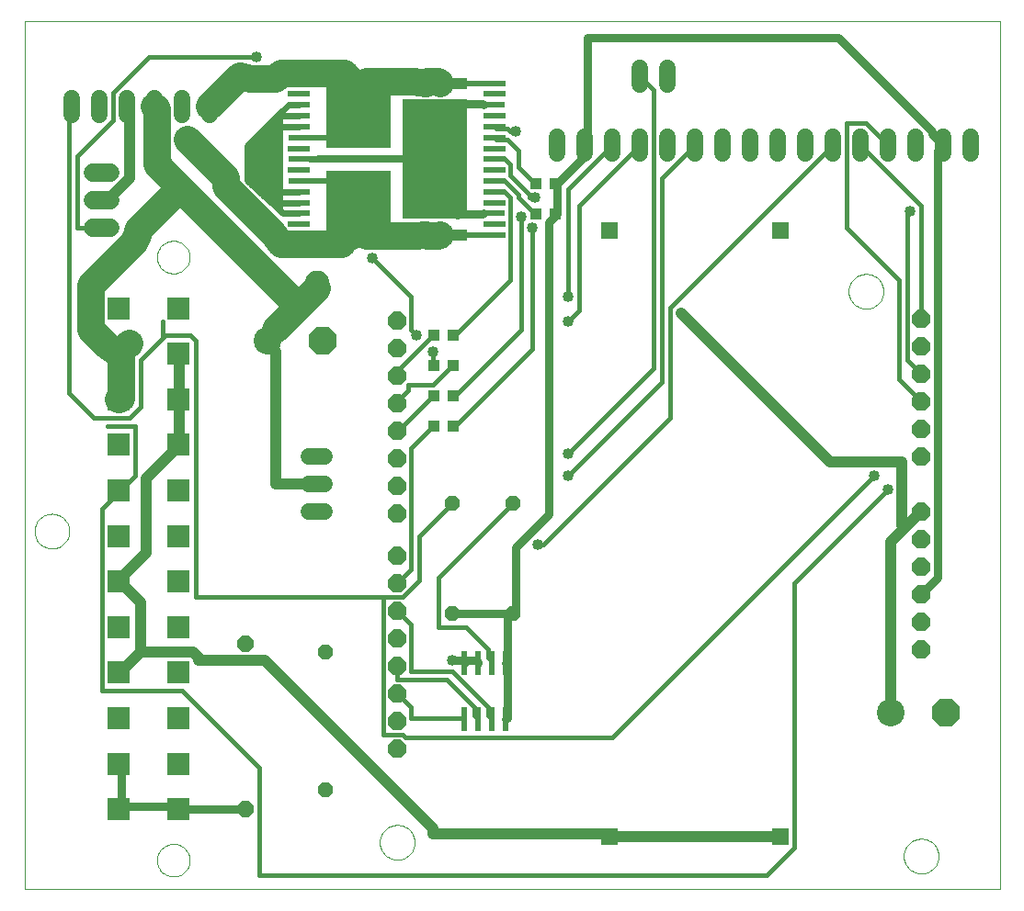
<source format=gtl>
G75*
G70*
%OFA0B0*%
%FSLAX24Y24*%
%IPPOS*%
%LPD*%
%AMOC8*
5,1,8,0,0,1.08239X$1,22.5*
%
%ADD10C,0.0000*%
%ADD11C,0.0600*%
%ADD12R,0.0594X0.0594*%
%ADD13OC8,0.0600*%
%ADD14R,0.0827X0.0827*%
%ADD15C,0.0594*%
%ADD16OC8,0.0520*%
%ADD17R,0.4724X0.0200*%
%ADD18R,0.0787X0.0200*%
%ADD19R,0.1575X0.0200*%
%ADD20R,0.2362X0.4331*%
%ADD21R,0.3268X0.0256*%
%ADD22R,0.2362X0.2559*%
%ADD23R,0.2953X0.0394*%
%ADD24R,0.0394X0.0433*%
%ADD25C,0.1000*%
%ADD26OC8,0.1000*%
%ADD27OC8,0.0660*%
%ADD28R,0.0236X0.0866*%
%ADD29C,0.0660*%
%ADD30C,0.0100*%
%ADD31C,0.0886*%
%ADD32C,0.0240*%
%ADD33C,0.0300*%
%ADD34C,0.0400*%
%ADD35C,0.0400*%
%ADD36OC8,0.0396*%
%ADD37C,0.1000*%
%ADD38C,0.0150*%
D10*
X000101Y007206D02*
X000101Y038702D01*
X035471Y038702D01*
X035471Y007206D01*
X000101Y007206D01*
X004911Y008261D02*
X004913Y008309D01*
X004919Y008357D01*
X004929Y008404D01*
X004942Y008450D01*
X004960Y008495D01*
X004980Y008539D01*
X005005Y008581D01*
X005033Y008620D01*
X005063Y008657D01*
X005097Y008691D01*
X005134Y008723D01*
X005172Y008752D01*
X005213Y008777D01*
X005256Y008799D01*
X005301Y008817D01*
X005347Y008831D01*
X005394Y008842D01*
X005442Y008849D01*
X005490Y008852D01*
X005538Y008851D01*
X005586Y008846D01*
X005634Y008837D01*
X005680Y008825D01*
X005725Y008808D01*
X005769Y008788D01*
X005811Y008765D01*
X005851Y008738D01*
X005889Y008708D01*
X005924Y008675D01*
X005956Y008639D01*
X005986Y008601D01*
X006012Y008560D01*
X006034Y008517D01*
X006054Y008473D01*
X006069Y008428D01*
X006081Y008381D01*
X006089Y008333D01*
X006093Y008285D01*
X006093Y008237D01*
X006089Y008189D01*
X006081Y008141D01*
X006069Y008094D01*
X006054Y008049D01*
X006034Y008005D01*
X006012Y007962D01*
X005986Y007921D01*
X005956Y007883D01*
X005924Y007847D01*
X005889Y007814D01*
X005851Y007784D01*
X005811Y007757D01*
X005769Y007734D01*
X005725Y007714D01*
X005680Y007697D01*
X005634Y007685D01*
X005586Y007676D01*
X005538Y007671D01*
X005490Y007670D01*
X005442Y007673D01*
X005394Y007680D01*
X005347Y007691D01*
X005301Y007705D01*
X005256Y007723D01*
X005213Y007745D01*
X005172Y007770D01*
X005134Y007799D01*
X005097Y007831D01*
X005063Y007865D01*
X005033Y007902D01*
X005005Y007941D01*
X004980Y007983D01*
X004960Y008027D01*
X004942Y008072D01*
X004929Y008118D01*
X004919Y008165D01*
X004913Y008213D01*
X004911Y008261D01*
X012989Y008910D02*
X012991Y008960D01*
X012997Y009010D01*
X013007Y009059D01*
X013021Y009107D01*
X013038Y009154D01*
X013059Y009199D01*
X013084Y009243D01*
X013112Y009284D01*
X013144Y009323D01*
X013178Y009360D01*
X013215Y009394D01*
X013255Y009424D01*
X013297Y009451D01*
X013341Y009475D01*
X013387Y009496D01*
X013434Y009512D01*
X013482Y009525D01*
X013532Y009534D01*
X013581Y009539D01*
X013632Y009540D01*
X013682Y009537D01*
X013731Y009530D01*
X013780Y009519D01*
X013828Y009504D01*
X013874Y009486D01*
X013919Y009464D01*
X013962Y009438D01*
X014003Y009409D01*
X014042Y009377D01*
X014078Y009342D01*
X014110Y009304D01*
X014140Y009264D01*
X014167Y009221D01*
X014190Y009177D01*
X014209Y009131D01*
X014225Y009083D01*
X014237Y009034D01*
X014245Y008985D01*
X014249Y008935D01*
X014249Y008885D01*
X014245Y008835D01*
X014237Y008786D01*
X014225Y008737D01*
X014209Y008689D01*
X014190Y008643D01*
X014167Y008599D01*
X014140Y008556D01*
X014110Y008516D01*
X014078Y008478D01*
X014042Y008443D01*
X014003Y008411D01*
X013962Y008382D01*
X013919Y008356D01*
X013874Y008334D01*
X013828Y008316D01*
X013780Y008301D01*
X013731Y008290D01*
X013682Y008283D01*
X013632Y008280D01*
X013581Y008281D01*
X013532Y008286D01*
X013482Y008295D01*
X013434Y008308D01*
X013387Y008324D01*
X013341Y008345D01*
X013297Y008369D01*
X013255Y008396D01*
X013215Y008426D01*
X013178Y008460D01*
X013144Y008497D01*
X013112Y008536D01*
X013084Y008577D01*
X013059Y008621D01*
X013038Y008666D01*
X013021Y008713D01*
X013007Y008761D01*
X012997Y008810D01*
X012991Y008860D01*
X012989Y008910D01*
X000471Y020206D02*
X000473Y020256D01*
X000479Y020306D01*
X000489Y020355D01*
X000503Y020403D01*
X000520Y020450D01*
X000541Y020495D01*
X000566Y020539D01*
X000594Y020580D01*
X000626Y020619D01*
X000660Y020656D01*
X000697Y020690D01*
X000737Y020720D01*
X000779Y020747D01*
X000823Y020771D01*
X000869Y020792D01*
X000916Y020808D01*
X000964Y020821D01*
X001014Y020830D01*
X001063Y020835D01*
X001114Y020836D01*
X001164Y020833D01*
X001213Y020826D01*
X001262Y020815D01*
X001310Y020800D01*
X001356Y020782D01*
X001401Y020760D01*
X001444Y020734D01*
X001485Y020705D01*
X001524Y020673D01*
X001560Y020638D01*
X001592Y020600D01*
X001622Y020560D01*
X001649Y020517D01*
X001672Y020473D01*
X001691Y020427D01*
X001707Y020379D01*
X001719Y020330D01*
X001727Y020281D01*
X001731Y020231D01*
X001731Y020181D01*
X001727Y020131D01*
X001719Y020082D01*
X001707Y020033D01*
X001691Y019985D01*
X001672Y019939D01*
X001649Y019895D01*
X001622Y019852D01*
X001592Y019812D01*
X001560Y019774D01*
X001524Y019739D01*
X001485Y019707D01*
X001444Y019678D01*
X001401Y019652D01*
X001356Y019630D01*
X001310Y019612D01*
X001262Y019597D01*
X001213Y019586D01*
X001164Y019579D01*
X001114Y019576D01*
X001063Y019577D01*
X001014Y019582D01*
X000964Y019591D01*
X000916Y019604D01*
X000869Y019620D01*
X000823Y019641D01*
X000779Y019665D01*
X000737Y019692D01*
X000697Y019722D01*
X000660Y019756D01*
X000626Y019793D01*
X000594Y019832D01*
X000566Y019873D01*
X000541Y019917D01*
X000520Y019962D01*
X000503Y020009D01*
X000489Y020057D01*
X000479Y020106D01*
X000473Y020156D01*
X000471Y020206D01*
X004911Y030151D02*
X004913Y030199D01*
X004919Y030247D01*
X004929Y030294D01*
X004942Y030340D01*
X004960Y030385D01*
X004980Y030429D01*
X005005Y030471D01*
X005033Y030510D01*
X005063Y030547D01*
X005097Y030581D01*
X005134Y030613D01*
X005172Y030642D01*
X005213Y030667D01*
X005256Y030689D01*
X005301Y030707D01*
X005347Y030721D01*
X005394Y030732D01*
X005442Y030739D01*
X005490Y030742D01*
X005538Y030741D01*
X005586Y030736D01*
X005634Y030727D01*
X005680Y030715D01*
X005725Y030698D01*
X005769Y030678D01*
X005811Y030655D01*
X005851Y030628D01*
X005889Y030598D01*
X005924Y030565D01*
X005956Y030529D01*
X005986Y030491D01*
X006012Y030450D01*
X006034Y030407D01*
X006054Y030363D01*
X006069Y030318D01*
X006081Y030271D01*
X006089Y030223D01*
X006093Y030175D01*
X006093Y030127D01*
X006089Y030079D01*
X006081Y030031D01*
X006069Y029984D01*
X006054Y029939D01*
X006034Y029895D01*
X006012Y029852D01*
X005986Y029811D01*
X005956Y029773D01*
X005924Y029737D01*
X005889Y029704D01*
X005851Y029674D01*
X005811Y029647D01*
X005769Y029624D01*
X005725Y029604D01*
X005680Y029587D01*
X005634Y029575D01*
X005586Y029566D01*
X005538Y029561D01*
X005490Y029560D01*
X005442Y029563D01*
X005394Y029570D01*
X005347Y029581D01*
X005301Y029595D01*
X005256Y029613D01*
X005213Y029635D01*
X005172Y029660D01*
X005134Y029689D01*
X005097Y029721D01*
X005063Y029755D01*
X005033Y029792D01*
X005005Y029831D01*
X004980Y029873D01*
X004960Y029917D01*
X004942Y029962D01*
X004929Y030008D01*
X004919Y030055D01*
X004913Y030103D01*
X004911Y030151D01*
X029989Y028910D02*
X029991Y028960D01*
X029997Y029010D01*
X030007Y029059D01*
X030021Y029107D01*
X030038Y029154D01*
X030059Y029199D01*
X030084Y029243D01*
X030112Y029284D01*
X030144Y029323D01*
X030178Y029360D01*
X030215Y029394D01*
X030255Y029424D01*
X030297Y029451D01*
X030341Y029475D01*
X030387Y029496D01*
X030434Y029512D01*
X030482Y029525D01*
X030532Y029534D01*
X030581Y029539D01*
X030632Y029540D01*
X030682Y029537D01*
X030731Y029530D01*
X030780Y029519D01*
X030828Y029504D01*
X030874Y029486D01*
X030919Y029464D01*
X030962Y029438D01*
X031003Y029409D01*
X031042Y029377D01*
X031078Y029342D01*
X031110Y029304D01*
X031140Y029264D01*
X031167Y029221D01*
X031190Y029177D01*
X031209Y029131D01*
X031225Y029083D01*
X031237Y029034D01*
X031245Y028985D01*
X031249Y028935D01*
X031249Y028885D01*
X031245Y028835D01*
X031237Y028786D01*
X031225Y028737D01*
X031209Y028689D01*
X031190Y028643D01*
X031167Y028599D01*
X031140Y028556D01*
X031110Y028516D01*
X031078Y028478D01*
X031042Y028443D01*
X031003Y028411D01*
X030962Y028382D01*
X030919Y028356D01*
X030874Y028334D01*
X030828Y028316D01*
X030780Y028301D01*
X030731Y028290D01*
X030682Y028283D01*
X030632Y028280D01*
X030581Y028281D01*
X030532Y028286D01*
X030482Y028295D01*
X030434Y028308D01*
X030387Y028324D01*
X030341Y028345D01*
X030297Y028369D01*
X030255Y028396D01*
X030215Y028426D01*
X030178Y028460D01*
X030144Y028497D01*
X030112Y028536D01*
X030084Y028577D01*
X030059Y028621D01*
X030038Y028666D01*
X030021Y028713D01*
X030007Y028761D01*
X029997Y028810D01*
X029991Y028860D01*
X029989Y028910D01*
X031989Y008410D02*
X031991Y008460D01*
X031997Y008510D01*
X032007Y008559D01*
X032021Y008607D01*
X032038Y008654D01*
X032059Y008699D01*
X032084Y008743D01*
X032112Y008784D01*
X032144Y008823D01*
X032178Y008860D01*
X032215Y008894D01*
X032255Y008924D01*
X032297Y008951D01*
X032341Y008975D01*
X032387Y008996D01*
X032434Y009012D01*
X032482Y009025D01*
X032532Y009034D01*
X032581Y009039D01*
X032632Y009040D01*
X032682Y009037D01*
X032731Y009030D01*
X032780Y009019D01*
X032828Y009004D01*
X032874Y008986D01*
X032919Y008964D01*
X032962Y008938D01*
X033003Y008909D01*
X033042Y008877D01*
X033078Y008842D01*
X033110Y008804D01*
X033140Y008764D01*
X033167Y008721D01*
X033190Y008677D01*
X033209Y008631D01*
X033225Y008583D01*
X033237Y008534D01*
X033245Y008485D01*
X033249Y008435D01*
X033249Y008385D01*
X033245Y008335D01*
X033237Y008286D01*
X033225Y008237D01*
X033209Y008189D01*
X033190Y008143D01*
X033167Y008099D01*
X033140Y008056D01*
X033110Y008016D01*
X033078Y007978D01*
X033042Y007943D01*
X033003Y007911D01*
X032962Y007882D01*
X032919Y007856D01*
X032874Y007834D01*
X032828Y007816D01*
X032780Y007801D01*
X032731Y007790D01*
X032682Y007783D01*
X032632Y007780D01*
X032581Y007781D01*
X032532Y007786D01*
X032482Y007795D01*
X032434Y007808D01*
X032387Y007824D01*
X032341Y007845D01*
X032297Y007869D01*
X032255Y007896D01*
X032215Y007926D01*
X032178Y007960D01*
X032144Y007997D01*
X032112Y008036D01*
X032084Y008077D01*
X032059Y008121D01*
X032038Y008166D01*
X032021Y008213D01*
X032007Y008261D01*
X031997Y008310D01*
X031991Y008360D01*
X031989Y008410D01*
D11*
X032401Y033906D02*
X032401Y034506D01*
X033401Y034506D02*
X033401Y033906D01*
X034401Y033906D02*
X034401Y034506D01*
X031401Y034506D02*
X031401Y033906D01*
X030401Y033906D02*
X030401Y034506D01*
X029401Y034506D02*
X029401Y033906D01*
X028401Y033906D02*
X028401Y034506D01*
X027401Y034506D02*
X027401Y033906D01*
X026401Y033906D02*
X026401Y034506D01*
X025401Y034506D02*
X025401Y033906D01*
X024401Y033906D02*
X024401Y034506D01*
X023401Y034506D02*
X023401Y033906D01*
X022401Y033906D02*
X022401Y034506D01*
X021401Y034506D02*
X021401Y033906D01*
X020401Y033906D02*
X020401Y034506D01*
X019401Y034506D02*
X019401Y033906D01*
X006801Y035306D02*
X006801Y035906D01*
X005801Y035906D02*
X005801Y035306D01*
X004801Y035306D02*
X004801Y035906D01*
X003801Y035906D02*
X003801Y035306D01*
X002801Y035306D02*
X002801Y035906D01*
X001801Y035906D02*
X001801Y035306D01*
D12*
X021301Y031106D03*
X027501Y031106D03*
X027501Y009106D03*
X021301Y009106D03*
D13*
X008101Y010106D03*
X008101Y016106D03*
D14*
X005683Y016726D03*
X005683Y015072D03*
X005683Y013419D03*
X005683Y011765D03*
X005683Y010112D03*
X003518Y010112D03*
X003518Y011765D03*
X003518Y013419D03*
X003518Y015072D03*
X003518Y016726D03*
X003518Y018380D03*
X003518Y020033D03*
X003518Y021687D03*
X003518Y023340D03*
X003518Y024994D03*
X003518Y026647D03*
X003518Y028301D03*
X005683Y028301D03*
X005683Y026647D03*
X005683Y024994D03*
X005683Y023340D03*
X005683Y021687D03*
X005683Y020033D03*
X005683Y018380D03*
D15*
X010404Y020906D02*
X010998Y020906D01*
X010998Y021906D02*
X010404Y021906D01*
X010404Y022906D02*
X010998Y022906D01*
X022401Y036409D02*
X022401Y037003D01*
X023401Y037003D02*
X023401Y036409D01*
D16*
X017801Y021206D03*
X015601Y021206D03*
X015601Y017206D03*
X017801Y017206D03*
X011001Y015806D03*
X011001Y010806D03*
D17*
X012026Y030950D03*
X015176Y030950D03*
X015176Y036462D03*
X012026Y036462D03*
D18*
X010057Y036069D03*
X010057Y035675D03*
X010057Y035281D03*
X010057Y034887D03*
X010057Y034100D03*
X010057Y033313D03*
X010057Y032525D03*
X010057Y032131D03*
X010057Y031738D03*
X010057Y031344D03*
X017144Y031344D03*
X017144Y032131D03*
X017144Y032525D03*
X017144Y032919D03*
X017144Y033313D03*
X017144Y033706D03*
X017144Y034100D03*
X017144Y034494D03*
X017144Y034887D03*
X017144Y035281D03*
X017144Y036069D03*
D19*
X016750Y035675D03*
X016750Y031738D03*
X010451Y032919D03*
X010451Y033706D03*
X010451Y034494D03*
D20*
X014979Y033706D03*
D21*
X012363Y033706D03*
D22*
X012223Y032033D03*
X012223Y035380D03*
D23*
X014685Y036462D03*
X014685Y030950D03*
D24*
X014966Y027306D03*
X015635Y027306D03*
X015635Y026206D03*
X014966Y026206D03*
X014966Y025106D03*
X015635Y025106D03*
X015635Y024006D03*
X014966Y024006D03*
X018666Y031706D03*
X019335Y031706D03*
X019335Y032806D03*
X018666Y032806D03*
D25*
X008901Y027106D03*
X031501Y013606D03*
D26*
X033501Y013606D03*
X010901Y027106D03*
D27*
X013601Y026856D03*
X013601Y027856D03*
X013601Y025856D03*
X013601Y024856D03*
X013601Y023856D03*
X013601Y022856D03*
X013601Y021856D03*
X013601Y020856D03*
X013601Y019306D03*
X013601Y018306D03*
X013601Y017306D03*
X013601Y016306D03*
X013601Y015306D03*
X013601Y014306D03*
X013601Y013306D03*
X013601Y012306D03*
X032601Y015906D03*
X032601Y016906D03*
X032601Y017906D03*
X032601Y018906D03*
X032601Y019906D03*
X032601Y020906D03*
X032601Y022906D03*
X032601Y023906D03*
X032601Y024906D03*
X032601Y025906D03*
X032601Y026906D03*
X032601Y027906D03*
D28*
X017551Y015430D03*
X017051Y015430D03*
X016551Y015430D03*
X016051Y015430D03*
X016051Y013383D03*
X016551Y013383D03*
X017051Y013383D03*
X017551Y013383D03*
D29*
X003231Y031206D02*
X002571Y031206D01*
X002571Y032206D02*
X003231Y032206D01*
X003231Y033206D02*
X002571Y033206D01*
D30*
X008101Y033222D02*
X009401Y033222D01*
X009401Y033320D02*
X008101Y033320D01*
X008101Y033419D02*
X009401Y033419D01*
X009401Y033517D02*
X008101Y033517D01*
X008101Y033616D02*
X009401Y033616D01*
X009401Y033714D02*
X008101Y033714D01*
X008101Y033813D02*
X009401Y033813D01*
X009401Y033912D02*
X008101Y033912D01*
X008101Y034010D02*
X009401Y034010D01*
X009401Y034109D02*
X008101Y034109D01*
X008101Y034206D02*
X008101Y032906D01*
X009401Y031706D01*
X009401Y035506D01*
X008101Y034206D01*
X008102Y034207D02*
X009401Y034207D01*
X009401Y034306D02*
X008200Y034306D01*
X008299Y034404D02*
X009401Y034404D01*
X009401Y034503D02*
X008397Y034503D01*
X008496Y034601D02*
X009401Y034601D01*
X009401Y034700D02*
X008594Y034700D01*
X008693Y034798D02*
X009401Y034798D01*
X009401Y034897D02*
X008791Y034897D01*
X008890Y034996D02*
X009401Y034996D01*
X009401Y035094D02*
X008989Y035094D01*
X009087Y035193D02*
X009401Y035193D01*
X009401Y035291D02*
X009186Y035291D01*
X009284Y035390D02*
X009401Y035390D01*
X009401Y035488D02*
X009383Y035488D01*
X010451Y034494D02*
X010464Y034506D01*
X012101Y034506D01*
X012201Y034606D01*
X012201Y035406D01*
X011337Y032919D02*
X010451Y032919D01*
X011337Y032919D02*
X012223Y032033D01*
X009401Y032039D02*
X009040Y032039D01*
X009147Y031941D02*
X009401Y031941D01*
X009401Y031842D02*
X009254Y031842D01*
X009360Y031744D02*
X009401Y031744D01*
X009401Y032138D02*
X008933Y032138D01*
X008827Y032236D02*
X009401Y032236D01*
X009401Y032335D02*
X008720Y032335D01*
X008613Y032433D02*
X009401Y032433D01*
X009401Y032532D02*
X008506Y032532D01*
X008400Y032630D02*
X009401Y032630D01*
X009401Y032729D02*
X008293Y032729D01*
X008186Y032828D02*
X009401Y032828D01*
X009401Y032926D02*
X008101Y032926D01*
X008101Y033025D02*
X009401Y033025D01*
X009401Y033123D02*
X008101Y033123D01*
D31*
X008801Y033106D03*
X008801Y034206D03*
X010701Y029206D03*
D32*
X010057Y031738D02*
X009469Y031738D01*
X009001Y032206D01*
X009001Y032906D01*
X008801Y033106D01*
X009020Y032525D02*
X009001Y032506D01*
X009376Y032131D01*
X010057Y032131D01*
X010057Y032525D02*
X009020Y032525D01*
X010451Y033706D02*
X012363Y033706D01*
X014979Y033706D01*
X014979Y033328D01*
X015101Y033206D01*
X014801Y032906D02*
X014801Y032706D01*
X015501Y032006D01*
X015769Y031738D01*
X015101Y034706D02*
X015101Y035206D01*
X015101Y035606D01*
X015169Y035675D01*
X010057Y035675D02*
X009669Y035675D01*
X009276Y035281D01*
X009201Y035206D01*
X009201Y034806D01*
X009282Y034887D01*
X010057Y034887D01*
X010057Y035281D02*
X009276Y035281D01*
D33*
X014979Y033706D02*
X015201Y035706D01*
X016701Y035706D01*
X016750Y035675D01*
X019335Y032806D02*
X019501Y032906D01*
X020401Y033806D01*
X020401Y034206D01*
X020501Y034306D01*
X020501Y038106D01*
X029601Y038106D01*
X033001Y034706D01*
X033001Y034606D01*
X033401Y034206D01*
X033201Y034006D01*
X033201Y018506D01*
X032601Y017906D01*
X019101Y031406D02*
X019301Y031606D01*
X019335Y031706D01*
X019401Y031706D01*
X019401Y032806D01*
X019335Y032806D01*
X019101Y031406D02*
X019101Y020806D01*
X017901Y019606D01*
X017901Y017306D01*
X017801Y017206D01*
X017601Y017106D01*
X017601Y015506D01*
X017551Y015430D01*
X017601Y015406D01*
X017601Y013406D01*
X017551Y013383D01*
X016551Y015430D02*
X016501Y015506D01*
X016101Y015506D01*
X016051Y015430D01*
X016001Y015506D01*
X015601Y015506D01*
X015601Y017206D02*
X017801Y017206D01*
X008101Y010106D02*
X005701Y010106D01*
X005683Y010112D01*
X005601Y010206D01*
X003701Y010206D01*
X003518Y010112D01*
X003601Y010206D01*
X003601Y011706D01*
X003518Y011765D01*
X015801Y031706D02*
X016701Y031706D01*
X016750Y031738D01*
D34*
X018101Y031606D03*
X018501Y031206D03*
X018601Y032306D03*
X017901Y034706D03*
X012701Y030106D03*
X014301Y027306D03*
X014901Y026706D03*
X019801Y027806D03*
X019801Y028706D03*
X023901Y028106D03*
X019801Y023006D03*
X019801Y022206D03*
X018701Y019706D03*
X015601Y015506D03*
X030901Y022206D03*
X031401Y021706D03*
X032201Y031806D03*
X008501Y037406D03*
X006001Y034406D03*
D35*
X003901Y035506D02*
X003901Y033006D01*
X003101Y032206D01*
X002901Y032206D01*
X003901Y035506D02*
X003801Y035606D01*
X010701Y029206D02*
X010701Y029006D01*
X009201Y027506D02*
X008901Y027106D01*
X009201Y026706D01*
X009201Y021906D01*
X010701Y021906D01*
X005683Y023340D02*
X005701Y023406D01*
X005701Y024706D01*
X005683Y024994D01*
X005701Y025306D01*
X005701Y026606D01*
X005683Y026647D01*
X005701Y025106D02*
X005683Y024994D01*
X005701Y024906D01*
X005683Y023340D02*
X005601Y023206D01*
X004501Y022106D01*
X004501Y019406D01*
X003601Y018506D01*
X003518Y018380D01*
X003601Y018306D01*
X004301Y017606D01*
X004301Y015806D01*
X006201Y015806D01*
X006401Y015606D01*
X006401Y015506D01*
X008801Y015506D01*
X014901Y009406D01*
X014901Y009206D01*
X021201Y009206D01*
X021301Y009106D01*
X027501Y009106D01*
X031501Y013606D02*
X031501Y019806D01*
X032001Y020306D01*
X031901Y020406D01*
X031901Y022706D01*
X029301Y022706D01*
X023901Y028106D01*
X032001Y020306D02*
X032601Y020906D01*
X015801Y031706D02*
X014979Y033706D01*
X015401Y032506D01*
X015501Y032006D02*
X014979Y033706D01*
X015101Y035206D01*
X004301Y015806D02*
X003601Y015106D01*
X003518Y015072D01*
D36*
X014601Y032506D03*
X015401Y032506D03*
X015401Y033306D03*
X014601Y033306D03*
X014601Y034106D03*
X014601Y034806D03*
X014601Y034806D03*
X015401Y034806D03*
X015401Y034106D03*
D37*
X015176Y036462D02*
X015101Y036506D01*
X014701Y036506D01*
X014685Y036462D01*
X014201Y036506D01*
X012501Y036506D01*
X012223Y035380D01*
X012201Y035406D01*
X012201Y036006D01*
X012026Y036462D01*
X011701Y036806D01*
X009401Y036806D01*
X009201Y036606D01*
X008301Y036606D01*
X007901Y036706D01*
X006801Y035606D01*
X006001Y034406D02*
X007401Y033006D01*
X007401Y032706D01*
X009101Y031006D01*
X009401Y030606D01*
X011601Y030606D01*
X011601Y030706D01*
X012026Y030950D01*
X012201Y031406D01*
X012201Y032006D01*
X012223Y032033D01*
X012501Y030906D01*
X014201Y030906D01*
X014685Y030950D01*
X014701Y030906D01*
X015101Y030906D01*
X015176Y030950D01*
X010701Y029006D02*
X010051Y028356D01*
X005751Y032656D01*
X004201Y031106D01*
X004201Y030906D01*
X004101Y030806D01*
X004101Y030706D01*
X002501Y029106D01*
X002501Y027506D01*
X003101Y026906D01*
X003518Y026647D01*
X003901Y027006D01*
X003601Y026606D02*
X003518Y026647D01*
X003601Y026606D02*
X003601Y025006D01*
X003518Y024994D01*
X009201Y027506D02*
X010051Y028356D01*
X005751Y032656D02*
X004901Y033506D01*
X004901Y035506D01*
X004801Y035606D01*
D38*
X003301Y035106D02*
X003301Y036106D01*
X004601Y037406D01*
X008501Y037406D01*
X003301Y035106D02*
X002001Y033806D01*
X002001Y031206D01*
X002901Y031206D01*
X005101Y027806D02*
X005101Y027306D01*
X005151Y027256D01*
X004301Y026406D01*
X004301Y024706D01*
X003901Y024306D01*
X002601Y024306D01*
X001701Y025206D01*
X001701Y035506D01*
X001801Y035606D01*
X005201Y027306D02*
X005151Y027256D01*
X005201Y027306D02*
X006101Y027306D01*
X006301Y027106D01*
X006301Y017806D01*
X013101Y017806D01*
X013101Y012806D01*
X013801Y012806D01*
X013901Y012706D01*
X021401Y012706D01*
X030901Y022206D01*
X031401Y021706D02*
X028001Y018306D01*
X028001Y008706D01*
X027001Y007706D01*
X008601Y007706D01*
X008601Y011606D01*
X005801Y014406D01*
X002901Y014406D01*
X002901Y021006D01*
X003501Y021606D01*
X003518Y021687D01*
X003601Y021706D01*
X004101Y022206D01*
X004101Y024006D01*
X003101Y024006D01*
X012701Y030106D02*
X014101Y028706D01*
X014101Y027506D01*
X014301Y027306D01*
X014901Y027306D02*
X014966Y027306D01*
X014901Y027306D02*
X013601Y026006D01*
X013601Y025856D01*
X014001Y025506D02*
X014001Y025306D01*
X013601Y024906D01*
X013601Y024856D01*
X014001Y025506D02*
X014901Y025506D01*
X015601Y026206D01*
X015635Y026206D01*
X014966Y026206D02*
X014901Y026206D01*
X014901Y026706D01*
X015635Y027306D02*
X015701Y027306D01*
X017701Y029306D01*
X017701Y032306D01*
X017501Y032506D01*
X017201Y032506D01*
X017144Y032525D01*
X017201Y032906D02*
X017144Y032919D01*
X017201Y032906D02*
X017501Y032906D01*
X018001Y032406D01*
X018001Y032306D01*
X018601Y031706D01*
X018666Y031706D01*
X018501Y031206D02*
X018501Y026806D01*
X015701Y024006D01*
X015635Y024006D01*
X014966Y024006D02*
X014901Y024006D01*
X014101Y023206D01*
X014101Y018806D01*
X013601Y018306D01*
X013801Y017806D02*
X013101Y017806D01*
X013801Y017806D02*
X014401Y018406D01*
X014401Y020006D01*
X015601Y021206D01*
X017801Y021206D02*
X015101Y018506D01*
X015101Y016706D01*
X016101Y016706D01*
X016901Y015906D01*
X016901Y015606D01*
X017001Y015506D01*
X017051Y015430D01*
X015601Y015106D02*
X016901Y013806D01*
X016901Y013506D01*
X017001Y013406D01*
X017051Y013383D01*
X016551Y013383D02*
X016501Y013406D01*
X016401Y013506D01*
X016401Y013806D01*
X015401Y014806D01*
X013601Y014806D01*
X013601Y015306D01*
X014101Y015106D02*
X014101Y016806D01*
X013601Y017306D01*
X014101Y015106D02*
X015601Y015106D01*
X016001Y013406D02*
X014101Y013406D01*
X014101Y013806D01*
X013601Y014306D01*
X016001Y013406D02*
X016051Y013383D01*
X018701Y019706D02*
X018901Y019706D01*
X023501Y024306D01*
X023501Y028306D01*
X029401Y034206D01*
X029901Y035006D02*
X029901Y031206D01*
X031801Y029306D01*
X031801Y025706D01*
X032601Y024906D01*
X032601Y025906D02*
X032101Y026406D01*
X032101Y031706D01*
X032201Y031806D01*
X032601Y032006D02*
X032601Y027906D01*
X032601Y032006D02*
X030401Y034206D01*
X030601Y035006D02*
X029901Y035006D01*
X030601Y035006D02*
X031401Y034206D01*
X024401Y034206D02*
X023201Y033006D01*
X023201Y025606D01*
X019801Y022206D01*
X019801Y023006D02*
X022901Y026106D01*
X022901Y036206D01*
X022401Y036706D01*
X022401Y034206D02*
X020201Y032006D01*
X020201Y028206D01*
X019801Y027806D01*
X019801Y028706D02*
X019801Y032606D01*
X021401Y034206D01*
X018666Y032806D02*
X018601Y032806D01*
X018001Y033406D01*
X018001Y034006D01*
X017601Y034406D01*
X017201Y034406D01*
X017144Y034494D01*
X017201Y034806D02*
X017144Y034887D01*
X017201Y034806D02*
X017601Y034806D01*
X017701Y034706D01*
X017901Y034706D01*
X017501Y033706D02*
X017144Y033706D01*
X017501Y033706D02*
X017701Y033506D01*
X017701Y033106D01*
X018401Y032406D01*
X018401Y032306D01*
X018601Y032306D01*
X018101Y031606D02*
X018101Y027506D01*
X015701Y025106D01*
X015635Y025106D01*
X014966Y025106D02*
X014901Y025106D01*
X013601Y023806D01*
X013601Y023856D01*
M02*

</source>
